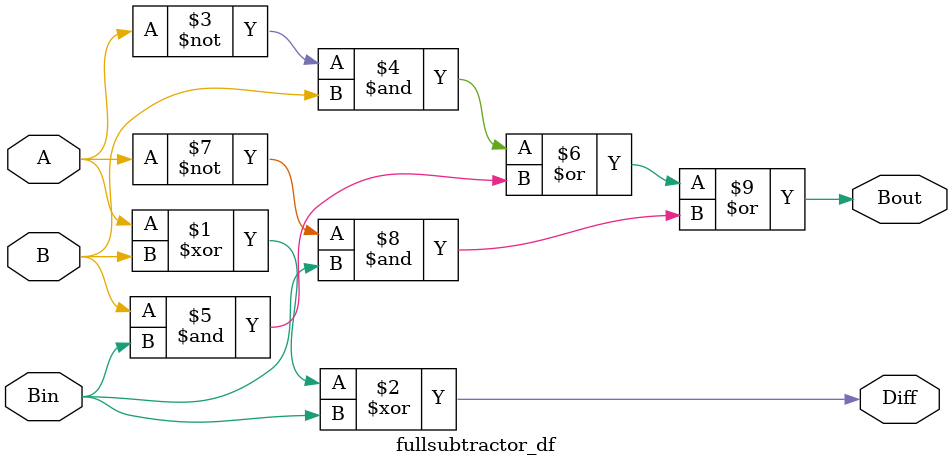
<source format=v>
module fullsubtractor_df(input A, B, Bin, output Diff, Bout);
  assign Diff = A ^ B ^ Bin;
  assign Bout = (~A & B) | (B & Bin) | (~A & Bin);
endmodule

</source>
